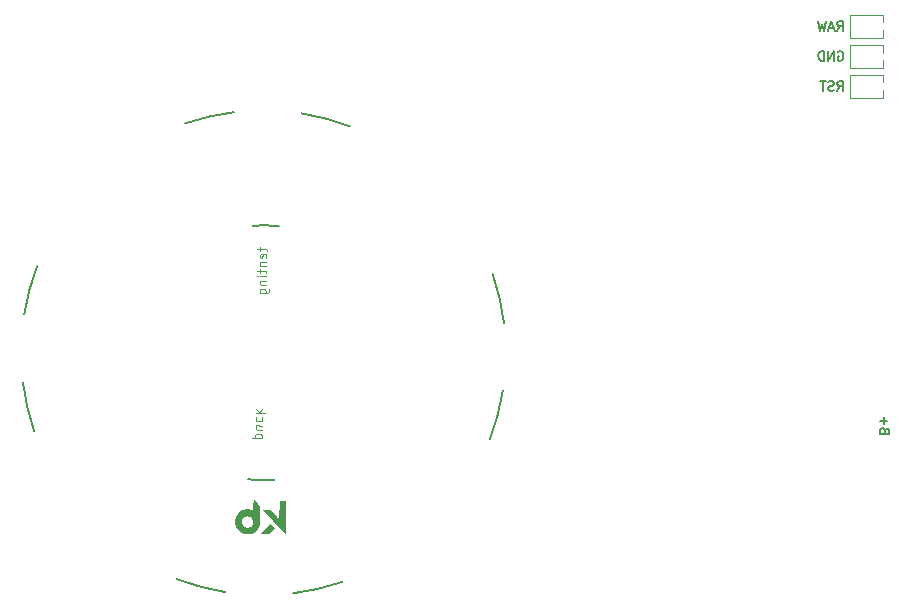
<source format=gbr>
%TF.GenerationSoftware,KiCad,Pcbnew,8.0.5*%
%TF.CreationDate,2024-09-22T11:05:02+10:00*%
%TF.ProjectId,pueo,7075656f-2e6b-4696-9361-645f70636258,0.1*%
%TF.SameCoordinates,Original*%
%TF.FileFunction,Legend,Bot*%
%TF.FilePolarity,Positive*%
%FSLAX46Y46*%
G04 Gerber Fmt 4.6, Leading zero omitted, Abs format (unit mm)*
G04 Created by KiCad (PCBNEW 8.0.5) date 2024-09-22 11:05:02*
%MOMM*%
%LPD*%
G01*
G04 APERTURE LIST*
%ADD10C,0.150000*%
%ADD11C,0.100000*%
%ADD12C,0.120000*%
%ADD13C,0.200000*%
%ADD14C,0.010000*%
G04 APERTURE END LIST*
D10*
X200478350Y-81564337D02*
X200440255Y-81450051D01*
X200440255Y-81450051D02*
X200402159Y-81411956D01*
X200402159Y-81411956D02*
X200325969Y-81373860D01*
X200325969Y-81373860D02*
X200211683Y-81373860D01*
X200211683Y-81373860D02*
X200135493Y-81411956D01*
X200135493Y-81411956D02*
X200097398Y-81450051D01*
X200097398Y-81450051D02*
X200059302Y-81526241D01*
X200059302Y-81526241D02*
X200059302Y-81831003D01*
X200059302Y-81831003D02*
X200859302Y-81831003D01*
X200859302Y-81831003D02*
X200859302Y-81564337D01*
X200859302Y-81564337D02*
X200821207Y-81488146D01*
X200821207Y-81488146D02*
X200783112Y-81450051D01*
X200783112Y-81450051D02*
X200706921Y-81411956D01*
X200706921Y-81411956D02*
X200630731Y-81411956D01*
X200630731Y-81411956D02*
X200554540Y-81450051D01*
X200554540Y-81450051D02*
X200516445Y-81488146D01*
X200516445Y-81488146D02*
X200478350Y-81564337D01*
X200478350Y-81564337D02*
X200478350Y-81831003D01*
X200364064Y-81031003D02*
X200364064Y-80421480D01*
X200059302Y-80726241D02*
X200668826Y-80726241D01*
X196450851Y-47695639D02*
X196717518Y-47314686D01*
X196907994Y-47695639D02*
X196907994Y-46895639D01*
X196907994Y-46895639D02*
X196603232Y-46895639D01*
X196603232Y-46895639D02*
X196527042Y-46933734D01*
X196527042Y-46933734D02*
X196488947Y-46971829D01*
X196488947Y-46971829D02*
X196450851Y-47048020D01*
X196450851Y-47048020D02*
X196450851Y-47162305D01*
X196450851Y-47162305D02*
X196488947Y-47238496D01*
X196488947Y-47238496D02*
X196527042Y-47276591D01*
X196527042Y-47276591D02*
X196603232Y-47314686D01*
X196603232Y-47314686D02*
X196907994Y-47314686D01*
X196146090Y-47467067D02*
X195765137Y-47467067D01*
X196222280Y-47695639D02*
X195955613Y-46895639D01*
X195955613Y-46895639D02*
X195688947Y-47695639D01*
X195498471Y-46895639D02*
X195307995Y-47695639D01*
X195307995Y-47695639D02*
X195155614Y-47124210D01*
X195155614Y-47124210D02*
X195003233Y-47695639D01*
X195003233Y-47695639D02*
X194812757Y-46895639D01*
X196507993Y-49473739D02*
X196584183Y-49435644D01*
X196584183Y-49435644D02*
X196698469Y-49435644D01*
X196698469Y-49435644D02*
X196812755Y-49473739D01*
X196812755Y-49473739D02*
X196888945Y-49549929D01*
X196888945Y-49549929D02*
X196927040Y-49626120D01*
X196927040Y-49626120D02*
X196965136Y-49778501D01*
X196965136Y-49778501D02*
X196965136Y-49892787D01*
X196965136Y-49892787D02*
X196927040Y-50045168D01*
X196927040Y-50045168D02*
X196888945Y-50121358D01*
X196888945Y-50121358D02*
X196812755Y-50197549D01*
X196812755Y-50197549D02*
X196698469Y-50235644D01*
X196698469Y-50235644D02*
X196622278Y-50235644D01*
X196622278Y-50235644D02*
X196507993Y-50197549D01*
X196507993Y-50197549D02*
X196469897Y-50159453D01*
X196469897Y-50159453D02*
X196469897Y-49892787D01*
X196469897Y-49892787D02*
X196622278Y-49892787D01*
X196127040Y-50235644D02*
X196127040Y-49435644D01*
X196127040Y-49435644D02*
X195669897Y-50235644D01*
X195669897Y-50235644D02*
X195669897Y-49435644D01*
X195288945Y-50235644D02*
X195288945Y-49435644D01*
X195288945Y-49435644D02*
X195098469Y-49435644D01*
X195098469Y-49435644D02*
X194984183Y-49473739D01*
X194984183Y-49473739D02*
X194907993Y-49549929D01*
X194907993Y-49549929D02*
X194869898Y-49626120D01*
X194869898Y-49626120D02*
X194831802Y-49778501D01*
X194831802Y-49778501D02*
X194831802Y-49892787D01*
X194831802Y-49892787D02*
X194869898Y-50045168D01*
X194869898Y-50045168D02*
X194907993Y-50121358D01*
X194907993Y-50121358D02*
X194984183Y-50197549D01*
X194984183Y-50197549D02*
X195098469Y-50235644D01*
X195098469Y-50235644D02*
X195288945Y-50235644D01*
X196450849Y-52775644D02*
X196717516Y-52394691D01*
X196907992Y-52775644D02*
X196907992Y-51975644D01*
X196907992Y-51975644D02*
X196603230Y-51975644D01*
X196603230Y-51975644D02*
X196527040Y-52013739D01*
X196527040Y-52013739D02*
X196488945Y-52051834D01*
X196488945Y-52051834D02*
X196450849Y-52128025D01*
X196450849Y-52128025D02*
X196450849Y-52242310D01*
X196450849Y-52242310D02*
X196488945Y-52318501D01*
X196488945Y-52318501D02*
X196527040Y-52356596D01*
X196527040Y-52356596D02*
X196603230Y-52394691D01*
X196603230Y-52394691D02*
X196907992Y-52394691D01*
X196146088Y-52737549D02*
X196031802Y-52775644D01*
X196031802Y-52775644D02*
X195841326Y-52775644D01*
X195841326Y-52775644D02*
X195765135Y-52737549D01*
X195765135Y-52737549D02*
X195727040Y-52699453D01*
X195727040Y-52699453D02*
X195688945Y-52623263D01*
X195688945Y-52623263D02*
X195688945Y-52547072D01*
X195688945Y-52547072D02*
X195727040Y-52470882D01*
X195727040Y-52470882D02*
X195765135Y-52432787D01*
X195765135Y-52432787D02*
X195841326Y-52394691D01*
X195841326Y-52394691D02*
X195993707Y-52356596D01*
X195993707Y-52356596D02*
X196069897Y-52318501D01*
X196069897Y-52318501D02*
X196107992Y-52280406D01*
X196107992Y-52280406D02*
X196146088Y-52204215D01*
X196146088Y-52204215D02*
X196146088Y-52128025D01*
X196146088Y-52128025D02*
X196107992Y-52051834D01*
X196107992Y-52051834D02*
X196069897Y-52013739D01*
X196069897Y-52013739D02*
X195993707Y-51975644D01*
X195993707Y-51975644D02*
X195803230Y-51975644D01*
X195803230Y-51975644D02*
X195688945Y-52013739D01*
X195460373Y-51975644D02*
X195003230Y-51975644D01*
X195231802Y-52775644D02*
X195231802Y-51975644D01*
D11*
X147594811Y-66048892D02*
X147589492Y-66353607D01*
X147326190Y-66158506D02*
X148011800Y-66170474D01*
X148011800Y-66170474D02*
X148087314Y-66209893D01*
X148087314Y-66209893D02*
X148124074Y-66286737D01*
X148124074Y-66286737D02*
X148122744Y-66362915D01*
X148074682Y-66933592D02*
X148114101Y-66858078D01*
X148114101Y-66858078D02*
X148116760Y-66705720D01*
X148116760Y-66705720D02*
X148080001Y-66628877D01*
X148080001Y-66628877D02*
X148004487Y-66589458D01*
X148004487Y-66589458D02*
X147699771Y-66584139D01*
X147699771Y-66584139D02*
X147622928Y-66620898D01*
X147622928Y-66620898D02*
X147583508Y-66696412D01*
X147583508Y-66696412D02*
X147580849Y-66848770D01*
X147580849Y-66848770D02*
X147617609Y-66925614D01*
X147617609Y-66925614D02*
X147693123Y-66965033D01*
X147693123Y-66965033D02*
X147769302Y-66966363D01*
X147769302Y-66966363D02*
X147852129Y-66586798D01*
X147572871Y-67305843D02*
X148106123Y-67315151D01*
X147649050Y-67307173D02*
X147610295Y-67344597D01*
X147610295Y-67344597D02*
X147570876Y-67420111D01*
X147570876Y-67420111D02*
X147568882Y-67534380D01*
X147568882Y-67534380D02*
X147605641Y-67611224D01*
X147605641Y-67611224D02*
X147681155Y-67650643D01*
X147681155Y-67650643D02*
X148100139Y-67657956D01*
X147562233Y-67915275D02*
X147556914Y-68219990D01*
X147293612Y-68024889D02*
X147979222Y-68036856D01*
X147979222Y-68036856D02*
X148054736Y-68076275D01*
X148054736Y-68076275D02*
X148091496Y-68153119D01*
X148091496Y-68153119D02*
X148090166Y-68229298D01*
X148085512Y-68495924D02*
X147552260Y-68486616D01*
X147285634Y-68481962D02*
X147324388Y-68444538D01*
X147324388Y-68444538D02*
X147361813Y-68483292D01*
X147361813Y-68483292D02*
X147323059Y-68520717D01*
X147323059Y-68520717D02*
X147285634Y-68481962D01*
X147285634Y-68481962D02*
X147361813Y-68483292D01*
X147545612Y-68867510D02*
X148078864Y-68876818D01*
X147621791Y-68868840D02*
X147583036Y-68906265D01*
X147583036Y-68906265D02*
X147543617Y-68981779D01*
X147543617Y-68981779D02*
X147541623Y-69096047D01*
X147541623Y-69096047D02*
X147578382Y-69172891D01*
X147578382Y-69172891D02*
X147653896Y-69212310D01*
X147653896Y-69212310D02*
X148072880Y-69219623D01*
X147526996Y-69934015D02*
X148174516Y-69945317D01*
X148174516Y-69945317D02*
X148251360Y-69908558D01*
X148251360Y-69908558D02*
X148290114Y-69871133D01*
X148290114Y-69871133D02*
X148329533Y-69795619D01*
X148329533Y-69795619D02*
X148331528Y-69681351D01*
X148331528Y-69681351D02*
X148294768Y-69604507D01*
X148022158Y-69942658D02*
X148061578Y-69867144D01*
X148061578Y-69867144D02*
X148064237Y-69714786D01*
X148064237Y-69714786D02*
X148027477Y-69637943D01*
X148027477Y-69637943D02*
X147990053Y-69599188D01*
X147990053Y-69599188D02*
X147914539Y-69559769D01*
X147914539Y-69559769D02*
X147686002Y-69555780D01*
X147686002Y-69555780D02*
X147609158Y-69592540D01*
X147609158Y-69592540D02*
X147570404Y-69629964D01*
X147570404Y-69629964D02*
X147530985Y-69705478D01*
X147530985Y-69705478D02*
X147528326Y-69857836D01*
X147528326Y-69857836D02*
X147565085Y-69934680D01*
X147713200Y-82207420D02*
X146913322Y-82193458D01*
X147675111Y-82206755D02*
X147714530Y-82131241D01*
X147714530Y-82131241D02*
X147717189Y-81978884D01*
X147717189Y-81978884D02*
X147680429Y-81902040D01*
X147680429Y-81902040D02*
X147643005Y-81863286D01*
X147643005Y-81863286D02*
X147567491Y-81823866D01*
X147567491Y-81823866D02*
X147338954Y-81819877D01*
X147338954Y-81819877D02*
X147262111Y-81856637D01*
X147262111Y-81856637D02*
X147223356Y-81894062D01*
X147223356Y-81894062D02*
X147183937Y-81969576D01*
X147183937Y-81969576D02*
X147181278Y-82121933D01*
X147181278Y-82121933D02*
X147218037Y-82198777D01*
X147731816Y-81140916D02*
X147198564Y-81131608D01*
X147725832Y-81483720D02*
X147306848Y-81476407D01*
X147306848Y-81476407D02*
X147231334Y-81436988D01*
X147231334Y-81436988D02*
X147194575Y-81360144D01*
X147194575Y-81360144D02*
X147196569Y-81245876D01*
X147196569Y-81245876D02*
X147235988Y-81170362D01*
X147235988Y-81170362D02*
X147274743Y-81132937D01*
X147249286Y-80408573D02*
X147209866Y-80484087D01*
X147209866Y-80484087D02*
X147207207Y-80636444D01*
X147207207Y-80636444D02*
X147243967Y-80713288D01*
X147243967Y-80713288D02*
X147281391Y-80752042D01*
X147281391Y-80752042D02*
X147356905Y-80791462D01*
X147356905Y-80791462D02*
X147585442Y-80795451D01*
X147585442Y-80795451D02*
X147662286Y-80758691D01*
X147662286Y-80758691D02*
X147701040Y-80721266D01*
X147701040Y-80721266D02*
X147740459Y-80645752D01*
X147740459Y-80645752D02*
X147743118Y-80493395D01*
X147743118Y-80493395D02*
X147706359Y-80416551D01*
X147217180Y-80065103D02*
X148017058Y-80079065D01*
X147523225Y-79994243D02*
X147222499Y-79760388D01*
X147755751Y-79769696D02*
X147445716Y-80069092D01*
D12*
%TO.C,MCU1*%
X197545006Y-46341408D02*
X197545006Y-48341409D01*
X197545006Y-48341409D02*
X200345008Y-48341409D01*
X197545007Y-48881407D02*
X197545008Y-50881409D01*
X197545007Y-53421411D02*
X200345007Y-53421409D01*
X197545008Y-50881409D02*
X200345006Y-50881409D01*
X197545008Y-51421409D02*
X197545007Y-53421411D01*
X200344999Y-47011414D02*
X200345007Y-46341411D01*
X200345005Y-51421409D02*
X197545008Y-51421409D01*
X200345006Y-49561408D02*
X200345007Y-48881409D01*
X200345006Y-50881409D02*
X200345008Y-50211410D01*
X200345006Y-52086410D02*
X200345005Y-51421409D01*
X200345007Y-46341411D02*
X197545006Y-46341408D01*
X200345007Y-48881409D02*
X197545007Y-48881407D01*
X200345007Y-53421409D02*
X200345006Y-52761408D01*
X200345008Y-48341409D02*
X200345005Y-47661410D01*
D13*
%TO.C,REF\u002A\u002A*%
X127594448Y-71764709D02*
G75*
G02*
X128700594Y-67632832I20267135J-3211720D01*
G01*
X128455978Y-81646796D02*
G75*
G02*
X127494707Y-77478839I19405505J6670389D01*
G01*
X141191094Y-55570902D02*
G75*
G02*
X145359051Y-54609631I6670389J-19405505D01*
G01*
X144649785Y-95243442D02*
G75*
G02*
X140517916Y-94137297I3211658J20266882D01*
G01*
X146920637Y-64222485D02*
G75*
G02*
X148049882Y-64183051I940841J-10753843D01*
G01*
X147673084Y-85769763D02*
G75*
G02*
X146545903Y-85690943I188392J10793277D01*
G01*
X148049882Y-64183051D02*
G75*
G02*
X149177063Y-64261872I-188397J-10793256D01*
G01*
X148802329Y-85730329D02*
G75*
G02*
X147673084Y-85769763I-940820J10753111D01*
G01*
X151073181Y-54709372D02*
G75*
G02*
X155205055Y-55815517I-3211702J-20267079D01*
G01*
X154531871Y-94381912D02*
G75*
G02*
X150363915Y-95343183I-6670484J19405915D01*
G01*
X167266987Y-68306016D02*
G75*
G02*
X168228258Y-72473975I-19405661J-6670427D01*
G01*
X168128518Y-78188105D02*
G75*
G02*
X167022372Y-82319977I-20267147J3211729D01*
G01*
D14*
X149724238Y-87495307D02*
X149676382Y-90236762D01*
X149587162Y-90142915D01*
X149573627Y-90128680D01*
X149542336Y-90095776D01*
X149497210Y-90048327D01*
X149439446Y-89987592D01*
X149370237Y-89914828D01*
X149290784Y-89831291D01*
X149202280Y-89738239D01*
X149105921Y-89636931D01*
X149002904Y-89528624D01*
X148894424Y-89414574D01*
X148781676Y-89296039D01*
X148665859Y-89174276D01*
X147833775Y-88299485D01*
X148122154Y-88301425D01*
X148410531Y-88303363D01*
X149199346Y-89119954D01*
X149227854Y-87486645D01*
X149724238Y-87495307D01*
G36*
X149724238Y-87495307D02*
G01*
X149676382Y-90236762D01*
X149587162Y-90142915D01*
X149573627Y-90128680D01*
X149542336Y-90095776D01*
X149497210Y-90048327D01*
X149439446Y-89987592D01*
X149370237Y-89914828D01*
X149290784Y-89831291D01*
X149202280Y-89738239D01*
X149105921Y-89636931D01*
X149002904Y-89528624D01*
X148894424Y-89414574D01*
X148781676Y-89296039D01*
X148665859Y-89174276D01*
X147833775Y-88299485D01*
X148122154Y-88301425D01*
X148410531Y-88303363D01*
X149199346Y-89119954D01*
X149227854Y-87486645D01*
X149724238Y-87495307D01*
G37*
X148395196Y-89504603D02*
X148407243Y-89514863D01*
X148432314Y-89538924D01*
X148467850Y-89574263D01*
X148511311Y-89618352D01*
X148560153Y-89668668D01*
X148718348Y-89832798D01*
X148683811Y-89870016D01*
X148680573Y-89873453D01*
X148658304Y-89896276D01*
X148623339Y-89931418D01*
X148578741Y-89975829D01*
X148527567Y-90026453D01*
X148472878Y-90080250D01*
X148296481Y-90253267D01*
X147676562Y-90242446D01*
X147705445Y-90209310D01*
X147707786Y-90206659D01*
X147728854Y-90183794D01*
X147762234Y-90148532D01*
X147805896Y-90102942D01*
X147857816Y-90049097D01*
X147915968Y-89989067D01*
X147978327Y-89924927D01*
X148042867Y-89858745D01*
X148107565Y-89792594D01*
X148170391Y-89728546D01*
X148229324Y-89668671D01*
X148282332Y-89615042D01*
X148327401Y-89569730D01*
X148362495Y-89534806D01*
X148385594Y-89512338D01*
X148394669Y-89504411D01*
X148395196Y-89504603D01*
G36*
X148395196Y-89504603D02*
G01*
X148407243Y-89514863D01*
X148432314Y-89538924D01*
X148467850Y-89574263D01*
X148511311Y-89618352D01*
X148560153Y-89668668D01*
X148718348Y-89832798D01*
X148683811Y-89870016D01*
X148680573Y-89873453D01*
X148658304Y-89896276D01*
X148623339Y-89931418D01*
X148578741Y-89975829D01*
X148527567Y-90026453D01*
X148472878Y-90080250D01*
X148296481Y-90253267D01*
X147676562Y-90242446D01*
X147705445Y-90209310D01*
X147707786Y-90206659D01*
X147728854Y-90183794D01*
X147762234Y-90148532D01*
X147805896Y-90102942D01*
X147857816Y-90049097D01*
X147915968Y-89989067D01*
X147978327Y-89924927D01*
X148042867Y-89858745D01*
X148107565Y-89792594D01*
X148170391Y-89728546D01*
X148229324Y-89668671D01*
X148282332Y-89615042D01*
X148327401Y-89569730D01*
X148362495Y-89534806D01*
X148385594Y-89512338D01*
X148394669Y-89504411D01*
X148395196Y-89504603D01*
G37*
X147521930Y-87972745D02*
X147509771Y-88664353D01*
X147509563Y-88676087D01*
X147506676Y-88826533D01*
X147503616Y-88963773D01*
X147500431Y-89086391D01*
X147497168Y-89192980D01*
X147493873Y-89282125D01*
X147492941Y-89302115D01*
X147490593Y-89352416D01*
X147487374Y-89402439D01*
X147484266Y-89430784D01*
X147474588Y-89477072D01*
X147434821Y-89603558D01*
X147377467Y-89728439D01*
X147305722Y-89845384D01*
X147222787Y-89948074D01*
X147214234Y-89957091D01*
X147104188Y-90055513D01*
X146980321Y-90137361D01*
X146846016Y-90201005D01*
X146704662Y-90244820D01*
X146559642Y-90267174D01*
X146459333Y-90269906D01*
X146311135Y-90255919D01*
X146168299Y-90221168D01*
X146032992Y-90166775D01*
X145907370Y-90093857D01*
X145793596Y-90003536D01*
X145693829Y-89896930D01*
X145610229Y-89775159D01*
X145554849Y-89667257D01*
X145504142Y-89527122D01*
X145475314Y-89382026D01*
X145470925Y-89294206D01*
X145965656Y-89294206D01*
X145965846Y-89299500D01*
X145969198Y-89354870D01*
X145975816Y-89397284D01*
X145987785Y-89436107D01*
X146007189Y-89480697D01*
X146028007Y-89519394D01*
X146068455Y-89578905D01*
X146115541Y-89635190D01*
X146164050Y-89682237D01*
X146208788Y-89714027D01*
X146224817Y-89722084D01*
X146265413Y-89740155D01*
X146308123Y-89756989D01*
X146380602Y-89777545D01*
X146484138Y-89787875D01*
X146585887Y-89776855D01*
X146683237Y-89745416D01*
X146773571Y-89694493D01*
X146854277Y-89625014D01*
X146922742Y-89537912D01*
X146952336Y-89484276D01*
X146984405Y-89390794D01*
X146996677Y-89293444D01*
X146990082Y-89195374D01*
X146965546Y-89099719D01*
X146923999Y-89009633D01*
X146866369Y-88928267D01*
X146793579Y-88858774D01*
X146706566Y-88804305D01*
X146692673Y-88797769D01*
X146594876Y-88765432D01*
X146493718Y-88753483D01*
X146392666Y-88761040D01*
X146295196Y-88787221D01*
X146204779Y-88831146D01*
X146124889Y-88891931D01*
X146058997Y-88968692D01*
X146040732Y-88996911D01*
X145995456Y-89089552D01*
X145970895Y-89187036D01*
X145965656Y-89294206D01*
X145470925Y-89294206D01*
X145467686Y-89229393D01*
X145472811Y-89139797D01*
X145498111Y-88989937D01*
X145543334Y-88848736D01*
X145607438Y-88717849D01*
X145689384Y-88598936D01*
X145788131Y-88493661D01*
X145902638Y-88403659D01*
X146031866Y-88330611D01*
X146102277Y-88299202D01*
X146177913Y-88271295D01*
X146249894Y-88253056D01*
X146326574Y-88242457D01*
X146416310Y-88237467D01*
X146434130Y-88237112D01*
X146573198Y-88245977D01*
X146703078Y-88275926D01*
X146824418Y-88327157D01*
X146937864Y-88399868D01*
X146961694Y-88417498D01*
X146986248Y-88434260D01*
X146998570Y-88440793D01*
X146999548Y-88436779D01*
X147001412Y-88413001D01*
X147003492Y-88369908D01*
X147005711Y-88309862D01*
X147007988Y-88235229D01*
X147010254Y-88148369D01*
X147012431Y-88051647D01*
X147014440Y-87947427D01*
X147023204Y-87453936D01*
X147521930Y-87972745D01*
G36*
X147521930Y-87972745D02*
G01*
X147509771Y-88664353D01*
X147509563Y-88676087D01*
X147506676Y-88826533D01*
X147503616Y-88963773D01*
X147500431Y-89086391D01*
X147497168Y-89192980D01*
X147493873Y-89282125D01*
X147492941Y-89302115D01*
X147490593Y-89352416D01*
X147487374Y-89402439D01*
X147484266Y-89430784D01*
X147474588Y-89477072D01*
X147434821Y-89603558D01*
X147377467Y-89728439D01*
X147305722Y-89845384D01*
X147222787Y-89948074D01*
X147214234Y-89957091D01*
X147104188Y-90055513D01*
X146980321Y-90137361D01*
X146846016Y-90201005D01*
X146704662Y-90244820D01*
X146559642Y-90267174D01*
X146459333Y-90269906D01*
X146311135Y-90255919D01*
X146168299Y-90221168D01*
X146032992Y-90166775D01*
X145907370Y-90093857D01*
X145793596Y-90003536D01*
X145693829Y-89896930D01*
X145610229Y-89775159D01*
X145554849Y-89667257D01*
X145504142Y-89527122D01*
X145475314Y-89382026D01*
X145470925Y-89294206D01*
X145965656Y-89294206D01*
X145965846Y-89299500D01*
X145969198Y-89354870D01*
X145975816Y-89397284D01*
X145987785Y-89436107D01*
X146007189Y-89480697D01*
X146028007Y-89519394D01*
X146068455Y-89578905D01*
X146115541Y-89635190D01*
X146164050Y-89682237D01*
X146208788Y-89714027D01*
X146224817Y-89722084D01*
X146265413Y-89740155D01*
X146308123Y-89756989D01*
X146380602Y-89777545D01*
X146484138Y-89787875D01*
X146585887Y-89776855D01*
X146683237Y-89745416D01*
X146773571Y-89694493D01*
X146854277Y-89625014D01*
X146922742Y-89537912D01*
X146952336Y-89484276D01*
X146984405Y-89390794D01*
X146996677Y-89293444D01*
X146990082Y-89195374D01*
X146965546Y-89099719D01*
X146923999Y-89009633D01*
X146866369Y-88928267D01*
X146793579Y-88858774D01*
X146706566Y-88804305D01*
X146692673Y-88797769D01*
X146594876Y-88765432D01*
X146493718Y-88753483D01*
X146392666Y-88761040D01*
X146295196Y-88787221D01*
X146204779Y-88831146D01*
X146124889Y-88891931D01*
X146058997Y-88968692D01*
X146040732Y-88996911D01*
X145995456Y-89089552D01*
X145970895Y-89187036D01*
X145965656Y-89294206D01*
X145470925Y-89294206D01*
X145467686Y-89229393D01*
X145472811Y-89139797D01*
X145498111Y-88989937D01*
X145543334Y-88848736D01*
X145607438Y-88717849D01*
X145689384Y-88598936D01*
X145788131Y-88493661D01*
X145902638Y-88403659D01*
X146031866Y-88330611D01*
X146102277Y-88299202D01*
X146177913Y-88271295D01*
X146249894Y-88253056D01*
X146326574Y-88242457D01*
X146416310Y-88237467D01*
X146434130Y-88237112D01*
X146573198Y-88245977D01*
X146703078Y-88275926D01*
X146824418Y-88327157D01*
X146937864Y-88399868D01*
X146961694Y-88417498D01*
X146986248Y-88434260D01*
X146998570Y-88440793D01*
X146999548Y-88436779D01*
X147001412Y-88413001D01*
X147003492Y-88369908D01*
X147005711Y-88309862D01*
X147007988Y-88235229D01*
X147010254Y-88148369D01*
X147012431Y-88051647D01*
X147014440Y-87947427D01*
X147023204Y-87453936D01*
X147521930Y-87972745D01*
G37*
%TD*%
M02*

</source>
